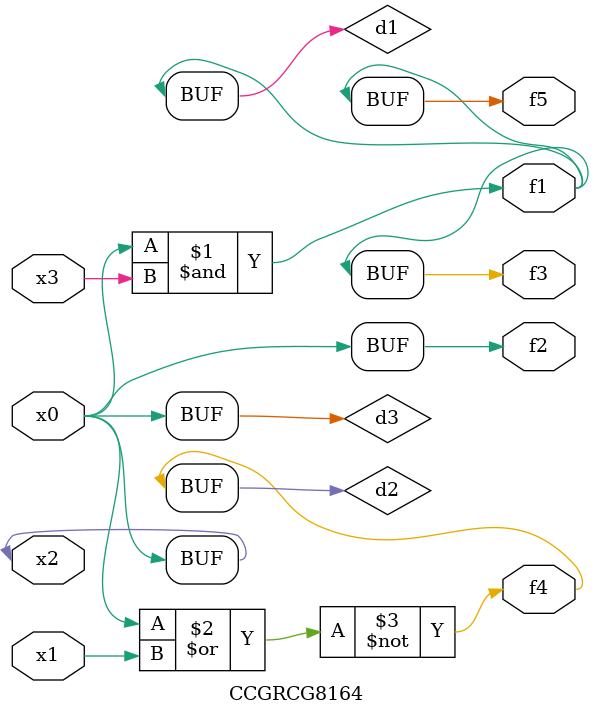
<source format=v>
module CCGRCG8164(
	input x0, x1, x2, x3,
	output f1, f2, f3, f4, f5
);

	wire d1, d2, d3;

	and (d1, x2, x3);
	nor (d2, x0, x1);
	buf (d3, x0, x2);
	assign f1 = d1;
	assign f2 = d3;
	assign f3 = d1;
	assign f4 = d2;
	assign f5 = d1;
endmodule

</source>
